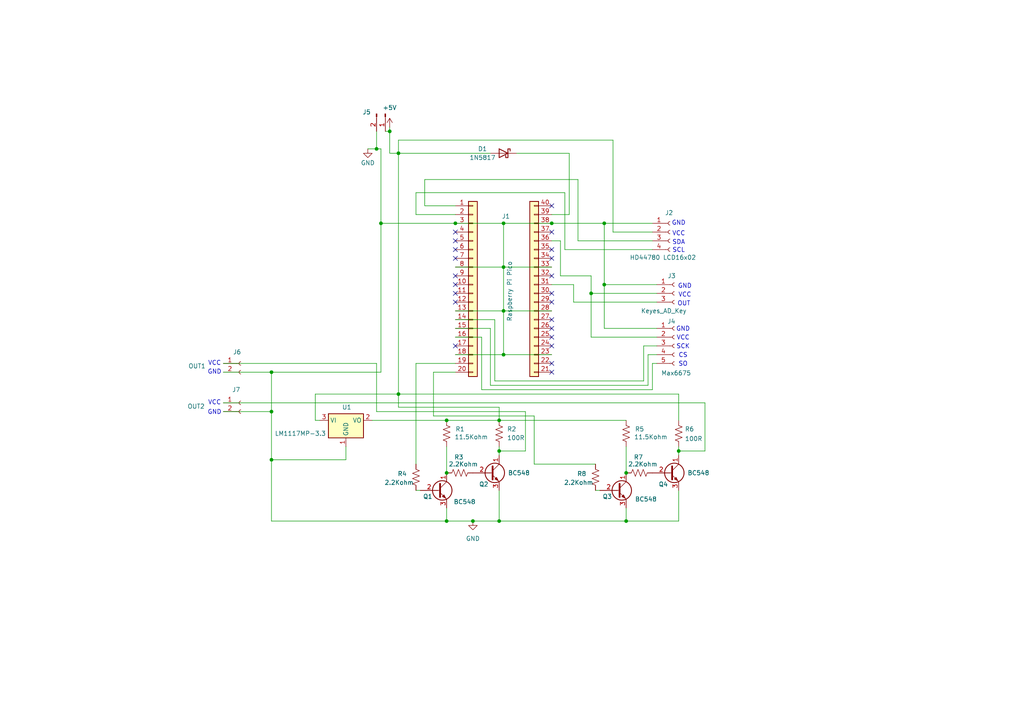
<source format=kicad_sch>
(kicad_sch (version 20231120) (generator "eeschema") (generator_version "8.0")
  (paper "A4")
  (title_block (title "FCR") (date "2025-01-05") (rev "1") (company "Luiz C. M. de Aquino"))
  (lib_symbols
    (symbol "Conn_01x20_1" (pin_names (offset 1.016) hide)
      (symbol "Conn_01x20_1_1_1"
        (rectangle (start -1.27 -25.273) (end 0 -25.527) (stroke (width 0.1524)))
        (rectangle (start -1.27 -22.733) (end 0 -22.987) (stroke (width 0.1524)))
        (rectangle (start -1.27 -20.193) (end 0 -20.447) (stroke (width 0.1524)))
        (rectangle (start -1.27 -17.653) (end 0 -17.907) (stroke (width 0.1524)))
        (rectangle (start -1.27 -15.113) (end 0 -15.367) (stroke (width 0.1524)))
        (rectangle (start -1.27 -12.573) (end 0 -12.827) (stroke (width 0.1524)))
        (rectangle (start -1.27 -10.033) (end 0 -10.287) (stroke (width 0.1524)))
        (rectangle (start -1.27 -7.493) (end 0 -7.747) (stroke (width 0.1524)))
        (rectangle (start -1.27 -4.953) (end 0 -5.207) (stroke (width 0.1524)))
        (rectangle (start -1.27 -2.413) (end 0 -2.667) (stroke (width 0.1524)))
        (rectangle (start -1.27 0.127) (end 0 -0.127) (stroke (width 0.1524)))
        (rectangle (start -1.27 2.667) (end 0 2.413) (stroke (width 0.1524)))
        (rectangle (start -1.27 5.207) (end 0 4.953) (stroke (width 0.1524)))
        (rectangle (start -1.27 7.747) (end 0 7.493) (stroke (width 0.1524)))
        (rectangle (start -1.27 10.287) (end 0 10.033) (stroke (width 0.1524)))
        (rectangle (start -1.27 12.827) (end 0 12.573) (stroke (width 0.1524)))
        (rectangle (start -1.27 15.367) (end 0 15.113) (stroke (width 0.1524)))
        (rectangle (start -1.27 17.907) (end 0 17.653) (stroke (width 0.1524)))
        (rectangle (start -1.27 20.447) (end 0 20.193) (stroke (width 0.1524)))
        (rectangle (start -1.27 22.987) (end 0 22.733) (stroke (width 0.1524)))
        (rectangle (start -1.27 24.13) (end 1.27 -26.67) (stroke (width 0.254)) (fill (type background)))
        (pin passive line (at -5.08 -25.4 0) (length 3.81) (name "Pin_21") (number "21"))
        (pin passive line (at -5.08 -22.86 0) (length 3.81) (name "Pin_22") (number "22"))
        (pin passive line (at -5.08 -20.32 0) (length 3.81) (name "Pin_23") (number "23"))
        (pin passive line (at -5.08 -17.78 0) (length 3.81) (name "Pin_24") (number "24"))
        (pin passive line (at -5.08 -15.24 0) (length 3.81) (name "Pin_25") (number "25"))
        (pin passive line (at -5.08 -12.7 0) (length 3.81) (name "Pin_26") (number "26"))
        (pin passive line (at -5.08 -10.16 0) (length 3.81) (name "Pin_27") (number "27"))
        (pin passive line (at -5.08 -7.62 0) (length 3.81) (name "Pin_28") (number "28"))
        (pin passive line (at -5.08 -5.08 0) (length 3.81) (name "Pin_29") (number "29"))
        (pin passive line (at -5.08 -2.54 0) (length 3.81) (name "Pin_30") (number "30"))
        (pin passive line (at -5.08 0 0) (length 3.81) (name "Pin_31") (number "31"))
        (pin passive line (at -5.08 2.54 0) (length 3.81) (name "Pin_32") (number "32"))
        (pin passive line (at -5.08 5.08 0) (length 3.81) (name "Pin_33") (number "33"))
        (pin passive line (at -5.08 7.62 0) (length 3.81) (name "Pin_34") (number "34"))
        (pin passive line (at -5.08 10.16 0) (length 3.81) (name "Pin_35") (number "35"))
        (pin passive line (at -5.08 12.7 0) (length 3.81) (name "Pin_36") (number "36"))
        (pin passive line (at -5.08 15.24 0) (length 3.81) (name "Pin_37") (number "37"))
        (pin passive line (at -5.08 17.78 0) (length 3.81) (name "Pin_38") (number "38"))
        (pin passive line (at -5.08 20.32 0) (length 3.81) (name "Pin_39") (number "39"))
        (pin passive line (at -5.08 22.86 0) (length 3.81) (name "Pin_40") (number "40"))
      )
    )
    (symbol "Connector:Conn_01x02_Pin" (pin_names (offset 1.016) hide)
      (property "Reference" "J" (at 0 2.54 0))
      (property "Value" "Conn_01x02_Pin" (at 0 -5.08 0))
      (symbol "Conn_01x02_Pin_1_1"
        (polyline (pts (xy 1.27 -2.54) (xy 0.8636 -2.54)) (stroke (width 0.1524)))
        (polyline (pts (xy 1.27 0) (xy 0.8636 0)) (stroke (width 0.1524)))
        (rectangle (start 0.8636 -2.413) (end 0 -2.667) (stroke (width 0.1524)) (fill (type outline)))
        (rectangle (start 0.8636 0.127) (end 0 -0.127) (stroke (width 0.1524)) (fill (type outline)))
        (pin passive line (at 5.08 0 180) (length 3.81) (name "Pin_1") (number "1"))
        (pin passive line (at 5.08 -2.54 180) (length 3.81) (name "Pin_2") (number "2"))
      )
    )
    (symbol "Connector:Conn_01x02_Socket" (pin_names (offset 1.016) hide)
      (property "Reference" "J" (at 0 2.54 0))
      (property "Value" "Conn_01x02_Socket" (at 0 -5.08 0))
      (symbol "Conn_01x02_Socket_1_1"
        (arc (start 0 -2.032) (mid -0.5058 -2.54) (end 0 -3.048) (stroke (width 0.1524)))
        (polyline (pts (xy -1.27 -2.54) (xy -0.508 -2.54)) (stroke (width 0.1524)))
        (polyline (pts (xy -1.27 0) (xy -0.508 0)) (stroke (width 0.1524)))
        (arc (start 0 0.508) (mid -0.5058 0) (end 0 -0.508) (stroke (width 0.1524)))
        (pin passive line (at -5.08 0 0) (length 3.81) (name "Pin_1") (number "1"))
        (pin passive line (at -5.08 -2.54 0) (length 3.81) (name "Pin_2") (number "2"))
      )
    )
    (symbol "Connector:Conn_01x03_Socket" (pin_names (offset 1.016) hide)
      (property "Reference" "J" (at 0 5.08 0))
      (property "Value" "Conn_01x03_Socket" (at 0 -5.08 0))
      (symbol "Conn_01x03_Socket_1_1"
        (arc (start 0 -2.032) (mid -0.5058 -2.54) (end 0 -3.048) (stroke (width 0.1524)))
        (polyline (pts (xy -1.27 -2.54) (xy -0.508 -2.54)) (stroke (width 0.1524)))
        (polyline (pts (xy -1.27 0) (xy -0.508 0)) (stroke (width 0.1524)))
        (polyline (pts (xy -1.27 2.54) (xy -0.508 2.54)) (stroke (width 0.1524)))
        (arc (start 0 0.508) (mid -0.5058 0) (end 0 -0.508) (stroke (width 0.1524)))
        (arc (start 0 3.048) (mid -0.5058 2.54) (end 0 2.032) (stroke (width 0.1524)))
        (pin passive line (at -5.08 2.54 0) (length 3.81) (name "Pin_1") (number "1"))
        (pin passive line (at -5.08 0 0) (length 3.81) (name "Pin_2") (number "2"))
        (pin passive line (at -5.08 -2.54 0) (length 3.81) (name "Pin_3") (number "3"))
      )
    )
    (symbol "Connector:Conn_01x04_Socket" (pin_names (offset 1.016) hide)
      (property "Reference" "J" (at 0 5.08 0))
      (property "Value" "Conn_01x04_Socket" (at 0 -7.62 0))
      (symbol "Conn_01x04_Socket_1_1"
        (arc (start 0 -4.572) (mid -0.5058 -5.08) (end 0 -5.588) (stroke (width 0.1524)))
        (arc (start 0 -2.032) (mid -0.5058 -2.54) (end 0 -3.048) (stroke (width 0.1524)))
        (polyline (pts (xy -1.27 -5.08) (xy -0.508 -5.08)) (stroke (width 0.1524)))
        (polyline (pts (xy -1.27 -2.54) (xy -0.508 -2.54)) (stroke (width 0.1524)))
        (polyline (pts (xy -1.27 0) (xy -0.508 0)) (stroke (width 0.1524)))
        (polyline (pts (xy -1.27 2.54) (xy -0.508 2.54)) (stroke (width 0.1524)))
        (arc (start 0 0.508) (mid -0.5058 0) (end 0 -0.508) (stroke (width 0.1524)))
        (arc (start 0 3.048) (mid -0.5058 2.54) (end 0 2.032) (stroke (width 0.1524)))
        (pin passive line (at -5.08 2.54 0) (length 3.81) (name "Pin_1") (number "1"))
        (pin passive line (at -5.08 0 0) (length 3.81) (name "Pin_2") (number "2"))
        (pin passive line (at -5.08 -2.54 0) (length 3.81) (name "Pin_3") (number "3"))
        (pin passive line (at -5.08 -5.08 0) (length 3.81) (name "Pin_4") (number "4"))
      )
    )
    (symbol "Connector:Conn_01x05_Socket" (pin_names (offset 1.016) hide)
      (property "Reference" "J" (at 0 7.62 0))
      (property "Value" "Conn_01x05_Socket" (at 0 -7.62 0))
      (symbol "Conn_01x05_Socket_1_1"
        (arc (start 0 -4.572) (mid -0.5058 -5.08) (end 0 -5.588) (stroke (width 0.1524)))
        (arc (start 0 -2.032) (mid -0.5058 -2.54) (end 0 -3.048) (stroke (width 0.1524)))
        (polyline (pts (xy -1.27 -5.08) (xy -0.508 -5.08)) (stroke (width 0.1524)))
        (polyline (pts (xy -1.27 -2.54) (xy -0.508 -2.54)) (stroke (width 0.1524)))
        (polyline (pts (xy -1.27 0) (xy -0.508 0)) (stroke (width 0.1524)))
        (polyline (pts (xy -1.27 2.54) (xy -0.508 2.54)) (stroke (width 0.1524)))
        (polyline (pts (xy -1.27 5.08) (xy -0.508 5.08)) (stroke (width 0.1524)))
        (arc (start 0 0.508) (mid -0.5058 0) (end 0 -0.508) (stroke (width 0.1524)))
        (arc (start 0 3.048) (mid -0.5058 2.54) (end 0 2.032) (stroke (width 0.1524)))
        (arc (start 0 5.588) (mid -0.5058 5.08) (end 0 4.572) (stroke (width 0.1524)))
        (pin passive line (at -5.08 5.08 0) (length 3.81) (name "Pin_1") (number "1"))
        (pin passive line (at -5.08 2.54 0) (length 3.81) (name "Pin_2") (number "2"))
        (pin passive line (at -5.08 0 0) (length 3.81) (name "Pin_3") (number "3"))
        (pin passive line (at -5.08 -2.54 0) (length 3.81) (name "Pin_4") (number "4"))
        (pin passive line (at -5.08 -5.08 0) (length 3.81) (name "Pin_5") (number "5"))
      )
    )
    (symbol "Connector_Generic:Conn_01x20" (pin_names (offset 1.016) hide)
      (property "Reference" "J" (at 0 25.4 0))
      (property "Value" "Conn_01x20" (at 0 -27.94 0))
      (symbol "Conn_01x20_1_1"
        (rectangle (start -1.27 -25.273) (end 0 -25.527) (stroke (width 0.1524)))
        (rectangle (start -1.27 -22.733) (end 0 -22.987) (stroke (width 0.1524)))
        (rectangle (start -1.27 -20.193) (end 0 -20.447) (stroke (width 0.1524)))
        (rectangle (start -1.27 -17.653) (end 0 -17.907) (stroke (width 0.1524)))
        (rectangle (start -1.27 -15.113) (end 0 -15.367) (stroke (width 0.1524)))
        (rectangle (start -1.27 -12.573) (end 0 -12.827) (stroke (width 0.1524)))
        (rectangle (start -1.27 -10.033) (end 0 -10.287) (stroke (width 0.1524)))
        (rectangle (start -1.27 -7.493) (end 0 -7.747) (stroke (width 0.1524)))
        (rectangle (start -1.27 -4.953) (end 0 -5.207) (stroke (width 0.1524)))
        (rectangle (start -1.27 -2.413) (end 0 -2.667) (stroke (width 0.1524)))
        (rectangle (start -1.27 0.127) (end 0 -0.127) (stroke (width 0.1524)))
        (rectangle (start -1.27 2.667) (end 0 2.413) (stroke (width 0.1524)))
        (rectangle (start -1.27 5.207) (end 0 4.953) (stroke (width 0.1524)))
        (rectangle (start -1.27 7.747) (end 0 7.493) (stroke (width 0.1524)))
        (rectangle (start -1.27 10.287) (end 0 10.033) (stroke (width 0.1524)))
        (rectangle (start -1.27 12.827) (end 0 12.573) (stroke (width 0.1524)))
        (rectangle (start -1.27 15.367) (end 0 15.113) (stroke (width 0.1524)))
        (rectangle (start -1.27 17.907) (end 0 17.653) (stroke (width 0.1524)))
        (rectangle (start -1.27 20.447) (end 0 20.193) (stroke (width 0.1524)))
        (rectangle (start -1.27 22.987) (end 0 22.733) (stroke (width 0.1524)))
        (rectangle (start -1.27 24.13) (end 1.27 -26.67) (stroke (width 0.254)) (fill (type background)))
        (pin passive line (at -5.08 22.86 0) (length 3.81) (name "Pin_1") (number "1"))
        (pin passive line (at -5.08 0 0) (length 3.81) (name "Pin_10") (number "10"))
        (pin passive line (at -5.08 -2.54 0) (length 3.81) (name "Pin_11") (number "11"))
        (pin passive line (at -5.08 -5.08 0) (length 3.81) (name "Pin_12") (number "12"))
        (pin passive line (at -5.08 -7.62 0) (length 3.81) (name "Pin_13") (number "13"))
        (pin passive line (at -5.08 -10.16 0) (length 3.81) (name "Pin_14") (number "14"))
        (pin passive line (at -5.08 -12.7 0) (length 3.81) (name "Pin_15") (number "15"))
        (pin passive line (at -5.08 -15.24 0) (length 3.81) (name "Pin_16") (number "16"))
        (pin passive line (at -5.08 -17.78 0) (length 3.81) (name "Pin_17") (number "17"))
        (pin passive line (at -5.08 -20.32 0) (length 3.81) (name "Pin_18") (number "18"))
        (pin passive line (at -5.08 -22.86 0) (length 3.81) (name "Pin_19") (number "19"))
        (pin passive line (at -5.08 20.32 0) (length 3.81) (name "Pin_2") (number "2"))
        (pin passive line (at -5.08 -25.4 0) (length 3.81) (name "Pin_20") (number "20"))
        (pin passive line (at -5.08 17.78 0) (length 3.81) (name "Pin_3") (number "3"))
        (pin passive line (at -5.08 15.24 0) (length 3.81) (name "Pin_4") (number "4"))
        (pin passive line (at -5.08 12.7 0) (length 3.81) (name "Pin_5") (number "5"))
        (pin passive line (at -5.08 10.16 0) (length 3.81) (name "Pin_6") (number "6"))
        (pin passive line (at -5.08 7.62 0) (length 3.81) (name "Pin_7") (number "7"))
        (pin passive line (at -5.08 5.08 0) (length 3.81) (name "Pin_8") (number "8"))
        (pin passive line (at -5.08 2.54 0) (length 3.81) (name "Pin_9") (number "9"))
      )
    )
    (symbol "Device:R_US" (pin_numbers hide) (pin_names (offset 0))
      (property "Reference" "R" (at 2.54 0 90))
      (property "Value" "R_US" (at -2.54 0 90))
      (symbol "R_US_0_1"
        (polyline (pts (xy 0 -2.286) (xy 0 -2.54)))
        (polyline (pts (xy 0 2.286) (xy 0 2.54)))
        (polyline (pts (xy 0 -0.762) (xy 1.016 -1.143) (xy 0 -1.524) (xy -1.016 -1.905) (xy 0 -2.286)))
        (polyline (pts (xy 0 0.762) (xy 1.016 0.381) (xy 0 0) (xy -1.016 -0.381) (xy 0 -0.762)))
        (polyline (pts (xy 0 2.286) (xy 1.016 1.905) (xy 0 1.524) (xy -1.016 1.143) (xy 0 0.762)))
      )
      (symbol "R_US_1_1"
        (pin passive line (at 0 3.81 270) (length 1.27) (name "~") (number "1"))
        (pin passive line (at 0 -3.81 90) (length 1.27) (name "~") (number "2"))
      )
    )
    (symbol "Diode:1N5817" (pin_numbers hide) (pin_names (offset 1.016) hide)
      (property "Reference" "D" (at 0 2.54 0))
      (property "Value" "1N5817" (at 0 -2.54 0))
      (symbol "1N5817_0_1"
        (polyline (pts (xy 1.27 0) (xy -1.27 0)))
        (polyline (pts (xy 1.27 1.27) (xy 1.27 -1.27) (xy -1.27 0) (xy 1.27 1.27)) (stroke (width 0.254)))
        (polyline (pts (xy -1.905 0.635) (xy -1.905 1.27) (xy -1.27 1.27) (xy -1.27 -1.27) (xy -0.635 -1.27) (xy -0.635 -0.635)) (stroke (width 0.254)))
      )
      (symbol "1N5817_1_1"
        (pin passive line (at -3.81 0 0) (length 2.54) (name "K") (number "1"))
        (pin passive line (at 3.81 0 180) (length 2.54) (name "A") (number "2"))
      )
    )
    (symbol "Regulator_Linear:LM1117MP-3.3"
      (property "Reference" "U" (at -3.81 3.175 0))
      (property "Value" "LM1117MP-3.3" (at 0 3.175 0))
      (symbol "LM1117MP-3.3_0_1"
        (rectangle (start -5.08 -5.08) (end 5.08 1.905) (stroke (width 0.254)) (fill (type background)))
      )
      (symbol "LM1117MP-3.3_1_1"
        (pin power_in line (at 0 -7.62 90) (length 2.54) (name "GND") (number "1"))
        (pin power_out line (at 7.62 0 180) (length 2.54) (name "VO") (number "2"))
        (pin power_in line (at -7.62 0 0) (length 2.54) (name "VI") (number "3"))
      )
    )
    (symbol "Transistor_BJT:BC548" (pin_names (offset 0) hide)
      (property "Reference" "Q" (at 5.08 1.905 0))
      (property "Value" "BC548" (at 5.08 0 0))
      (symbol "BC548_0_1"
        (polyline (pts (xy 0 0) (xy 0.635 0)))
        (polyline (pts (xy 0.635 0.635) (xy 2.54 2.54)))
        (polyline (pts (xy 0.635 -0.635) (xy 2.54 -2.54) (xy 2.54 -2.54)))
        (polyline (pts (xy 0.635 1.905) (xy 0.635 -1.905) (xy 0.635 -1.905)) (stroke (width 0.508)))
        (polyline (pts (xy 1.27 -1.778) (xy 1.778 -1.27) (xy 2.286 -2.286) (xy 1.27 -1.778) (xy 1.27 -1.778)) (fill (type outline)))
        (circle (center 1.27 0) (radius 2.8194) (stroke (width 0.254)))
      )
      (symbol "BC548_1_1"
        (pin passive line (at 2.54 5.08 270) (length 2.54) (name "C") (number "1"))
        (pin input line (at -5.08 0 0) (length 5.08) (name "B") (number "2"))
        (pin passive line (at 2.54 -5.08 90) (length 2.54) (name "E") (number "3"))
      )
    )
    (symbol "power:+5V" (power) (pin_numbers hide) (pin_names (offset 0) hide)
      (property "Value" "+5V" (at 0 3.556 0))
      (symbol "+5V_0_1"
        (polyline (pts (xy -0.762 1.27) (xy 0 2.54)))
        (polyline (pts (xy 0 0) (xy 0 2.54)))
        (polyline (pts (xy 0 2.54) (xy 0.762 1.27)))
      )
      (symbol "+5V_1_1"
        (pin power_in line (at 0 0 90) (length 0) (name "~") (number "1"))
      )
    )
    (symbol "power:GND" (power) (pin_numbers hide) (pin_names (offset 0) hide)
      (property "Value" "GND" (at 0 -3.81 0))
      (symbol "GND_0_1"
        (polyline (pts (xy 0 0) (xy 0 -1.27) (xy 1.27 -1.27) (xy 0 -2.54) (xy -1.27 -1.27) (xy 0 -1.27)))
      )
      (symbol "GND_1_1"
        (pin power_in line (at 0 0 270) (length 0) (name "~") (number "1"))
      )
    )
  )
  (junction (at 146.05 90.17))
  (junction (at 175.26 82.55))
  (junction (at 115.57 114.3))
  (junction (at 144.78 130.81))
  (junction (at 146.05 64.77))
  (junction (at 110.49 64.77))
  (junction (at 181.61 137.16))
  (junction (at 196.85 130.81))
  (junction (at 171.45 85.09))
  (junction (at 132.08 64.77))
  (junction (at 109.22 43.18))
  (junction (at 129.54 151.13))
  (junction (at 113.03 38.1))
  (junction (at 146.05 77.47))
  (junction (at 129.54 121.92))
  (junction (at 115.57 44.45))
  (junction (at 144.78 121.92))
  (junction (at 181.61 151.13))
  (junction (at 160.02 64.77))
  (junction (at 146.05 102.87))
  (junction (at 175.26 64.77))
  (junction (at 144.78 151.13))
  (junction (at 129.54 137.16))
  (junction (at 78.74 119.38))
  (junction (at 78.74 107.95))
  (junction (at 137.16 151.13))
  (junction (at 78.74 133.35))
  (no_connect (at 160.02 97.79))
  (no_connect (at 160.02 67.31))
  (no_connect (at 160.02 80.01))
  (no_connect (at 132.08 80.01))
  (no_connect (at 132.08 85.09))
  (no_connect (at 160.02 85.09))
  (no_connect (at 132.08 69.85))
  (no_connect (at 160.02 100.33))
  (no_connect (at 132.08 82.55))
  (no_connect (at 160.02 107.95))
  (no_connect (at 160.02 105.41))
  (no_connect (at 160.02 72.39))
  (no_connect (at 132.08 100.33))
  (no_connect (at 160.02 59.69))
  (no_connect (at 132.08 87.63))
  (no_connect (at 160.02 95.25))
  (no_connect (at 160.02 74.93))
  (no_connect (at 132.08 67.31))
  (no_connect (at 160.02 87.63))
  (no_connect (at 160.02 92.71))
  (no_connect (at 132.08 72.39))
  (no_connect (at 132.08 74.93))
  (wire (pts (xy 132.08 97.79) (xy 139.7 97.79)))
  (wire (pts (xy 129.54 121.92) (xy 144.78 121.92)))
  (wire (pts (xy 110.49 64.77) (xy 110.49 107.95)))
  (wire (pts (xy 152.4 130.81) (xy 144.78 130.81)))
  (wire (pts (xy 115.57 118.11) (xy 144.78 118.11)))
  (wire (pts (xy 204.47 130.81) (xy 204.47 116.84)))
  (wire (pts (xy 177.8 40.64) (xy 177.8 67.31)))
  (wire (pts (xy 110.49 64.77) (xy 132.08 64.77)))
  (wire (pts (xy 109.22 43.18) (xy 110.49 43.18)))
  (wire (pts (xy 107.95 121.92) (xy 129.54 121.92)))
  (wire (pts (xy 132.08 77.47) (xy 146.05 77.47)))
  (wire (pts (xy 154.94 120.65) (xy 154.94 134.62)))
  (wire (pts (xy 129.54 129.54) (xy 129.54 137.16)))
  (wire (pts (xy 154.94 134.62) (xy 172.72 134.62)))
  (wire (pts (xy 110.49 107.95) (xy 78.74 107.95)))
  (wire (pts (xy 110.49 43.18) (xy 110.49 64.77)))
  (wire (pts (xy 166.37 87.63) (xy 166.37 82.55)))
  (wire (pts (xy 143.51 92.71) (xy 143.51 110.49)))
  (wire (pts (xy 175.26 64.77) (xy 189.23 64.77)))
  (wire (pts (xy 187.96 102.87) (xy 190.5 102.87)))
  (wire (pts (xy 100.33 129.54) (xy 100.33 133.35)))
  (wire (pts (xy 78.74 133.35) (xy 78.74 151.13)))
  (wire (pts (xy 132.08 95.25) (xy 142.24 95.25)))
  (wire (pts (xy 163.83 55.88) (xy 163.83 72.39)))
  (wire (pts (xy 181.61 129.54) (xy 181.61 137.16)))
  (wire (pts (xy 175.26 82.55) (xy 175.26 95.25)))
  (wire (pts (xy 196.85 130.81) (xy 204.47 130.81)))
  (wire (pts (xy 115.57 44.45) (xy 115.57 114.3)))
  (wire (pts (xy 196.85 151.13) (xy 181.61 151.13)))
  (wire (pts (xy 171.45 85.09) (xy 171.45 80.01)))
  (wire (pts (xy 171.45 85.09) (xy 171.45 97.79)))
  (wire (pts (xy 139.7 113.03) (xy 189.23 113.03)))
  (wire (pts (xy 120.65 142.24) (xy 121.92 142.24)))
  (wire (pts (xy 160.02 82.55) (xy 166.37 82.55)))
  (wire (pts (xy 132.08 90.17) (xy 146.05 90.17)))
  (wire (pts (xy 120.65 55.88) (xy 163.83 55.88)))
  (wire (pts (xy 165.1 62.23) (xy 165.1 44.45)))
  (wire (pts (xy 160.02 64.77) (xy 175.26 64.77)))
  (wire (pts (xy 163.83 72.39) (xy 189.23 72.39)))
  (wire (pts (xy 115.57 40.64) (xy 177.8 40.64)))
  (wire (pts (xy 144.78 121.92) (xy 181.61 121.92)))
  (wire (pts (xy 109.22 119.38) (xy 152.4 119.38)))
  (wire (pts (xy 187.96 111.76) (xy 187.96 102.87)))
  (wire (pts (xy 186.69 110.49) (xy 186.69 100.33)))
  (wire (pts (xy 113.03 38.1) (xy 111.76 38.1)))
  (wire (pts (xy 146.05 102.87) (xy 132.08 102.87)))
  (wire (pts (xy 189.23 105.41) (xy 190.5 105.41)))
  (wire (pts (xy 109.22 105.41) (xy 109.22 119.38)))
  (wire (pts (xy 196.85 129.54) (xy 196.85 130.81)))
  (wire (pts (xy 167.64 52.07) (xy 167.64 69.85)))
  (wire (pts (xy 78.74 151.13) (xy 129.54 151.13)))
  (wire (pts (xy 143.51 110.49) (xy 186.69 110.49)))
  (wire (pts (xy 196.85 142.24) (xy 196.85 151.13)))
  (wire (pts (xy 64.77 107.95) (xy 78.74 107.95)))
  (wire (pts (xy 144.78 130.81) (xy 144.78 132.08)))
  (wire (pts (xy 129.54 147.32) (xy 129.54 151.13)))
  (wire (pts (xy 146.05 64.77) (xy 160.02 64.77)))
  (wire (pts (xy 120.65 105.41) (xy 132.08 105.41)))
  (wire (pts (xy 146.05 77.47) (xy 146.05 90.17)))
  (wire (pts (xy 190.5 87.63) (xy 166.37 87.63)))
  (wire (pts (xy 160.02 69.85) (xy 162.56 69.85)))
  (wire (pts (xy 78.74 133.35) (xy 100.33 133.35)))
  (wire (pts (xy 120.65 55.88) (xy 120.65 62.23)))
  (wire (pts (xy 120.65 62.23) (xy 132.08 62.23)))
  (wire (pts (xy 142.24 111.76) (xy 187.96 111.76)))
  (wire (pts (xy 91.44 121.92) (xy 92.71 121.92)))
  (wire (pts (xy 123.19 52.07) (xy 123.19 59.69)))
  (wire (pts (xy 91.44 114.3) (xy 91.44 121.92)))
  (wire (pts (xy 113.03 44.45) (xy 115.57 44.45)))
  (wire (pts (xy 125.73 120.65) (xy 154.94 120.65)))
  (wire (pts (xy 172.72 142.24) (xy 173.99 142.24)))
  (wire (pts (xy 181.61 147.32) (xy 181.61 151.13)))
  (wire (pts (xy 109.22 38.1) (xy 109.22 43.18)))
  (wire (pts (xy 78.74 119.38) (xy 78.74 133.35)))
  (wire (pts (xy 190.5 95.25) (xy 175.26 95.25)))
  (wire (pts (xy 125.73 107.95) (xy 125.73 120.65)))
  (wire (pts (xy 175.26 64.77) (xy 175.26 82.55)))
  (wire (pts (xy 113.03 38.1) (xy 113.03 44.45)))
  (wire (pts (xy 171.45 97.79) (xy 190.5 97.79)))
  (wire (pts (xy 160.02 62.23) (xy 165.1 62.23)))
  (wire (pts (xy 146.05 90.17) (xy 146.05 102.87)))
  (wire (pts (xy 177.8 67.31) (xy 189.23 67.31)))
  (wire (pts (xy 125.73 107.95) (xy 132.08 107.95)))
  (wire (pts (xy 146.05 90.17) (xy 160.02 90.17)))
  (wire (pts (xy 137.16 151.13) (xy 144.78 151.13)))
  (wire (pts (xy 175.26 82.55) (xy 190.5 82.55)))
  (wire (pts (xy 120.65 105.41) (xy 120.65 134.62)))
  (wire (pts (xy 146.05 77.47) (xy 160.02 77.47)))
  (wire (pts (xy 64.77 119.38) (xy 78.74 119.38)))
  (wire (pts (xy 149.86 44.45) (xy 165.1 44.45)))
  (wire (pts (xy 106.68 43.18) (xy 109.22 43.18)))
  (wire (pts (xy 64.77 116.84) (xy 204.47 116.84)))
  (wire (pts (xy 139.7 97.79) (xy 139.7 113.03)))
  (wire (pts (xy 144.78 142.24) (xy 144.78 151.13)))
  (wire (pts (xy 78.74 119.38) (xy 78.74 107.95)))
  (wire (pts (xy 171.45 85.09) (xy 190.5 85.09)))
  (wire (pts (xy 144.78 129.54) (xy 144.78 130.81)))
  (wire (pts (xy 64.77 105.41) (xy 109.22 105.41)))
  (wire (pts (xy 115.57 114.3) (xy 196.85 114.3)))
  (wire (pts (xy 146.05 102.87) (xy 160.02 102.87)))
  (wire (pts (xy 162.56 80.01) (xy 171.45 80.01)))
  (wire (pts (xy 189.23 105.41) (xy 189.23 113.03)))
  (wire (pts (xy 196.85 114.3) (xy 196.85 121.92)))
  (wire (pts (xy 142.24 95.25) (xy 142.24 111.76)))
  (wire (pts (xy 132.08 64.77) (xy 146.05 64.77)))
  (wire (pts (xy 123.19 52.07) (xy 167.64 52.07)))
  (wire (pts (xy 146.05 77.47) (xy 146.05 64.77)))
  (wire (pts (xy 123.19 59.69) (xy 132.08 59.69)))
  (wire (pts (xy 129.54 151.13) (xy 137.16 151.13)))
  (wire (pts (xy 162.56 69.85) (xy 162.56 80.01)))
  (wire (pts (xy 115.57 44.45) (xy 142.24 44.45)))
  (wire (pts (xy 196.85 130.81) (xy 196.85 132.08)))
  (wire (pts (xy 152.4 119.38) (xy 152.4 130.81)))
  (wire (pts (xy 132.08 92.71) (xy 143.51 92.71)))
  (wire (pts (xy 115.57 114.3) (xy 91.44 114.3)))
  (wire (pts (xy 115.57 114.3) (xy 115.57 118.11)))
  (wire (pts (xy 115.57 40.64) (xy 115.57 44.45)))
  (wire (pts (xy 144.78 118.11) (xy 144.78 121.92)))
  (wire (pts (xy 144.78 151.13) (xy 181.61 151.13)))
  (wire (pts (xy 113.03 36.83) (xy 113.03 38.1)))
  (wire (pts (xy 186.69 100.33) (xy 190.5 100.33)))
  (wire (pts (xy 167.64 69.85) (xy 189.23 69.85)))
  (text "VCC" (at 198.628 85.598 0) (effects (font (size 1.27 1.27))))
  (text "GND" (at 198.628 83.058 0) (effects (font (size 1.27 1.27))))
  (text "SDA" (at 196.85 70.358 0) (effects (font (size 1.27 1.27))))
  (text "VCC" (at 196.85 67.818 0) (effects (font (size 1.27 1.27))))
  (text "SO" (at 198.12 105.664 0) (effects (font (size 1.27 1.27))))
  (text "GND" (at 196.85 64.77 0) (effects (font (size 1.27 1.27))))
  (text "SCK" (at 198.12 100.584 0) (effects (font (size 1.27 1.27))))
  (text "SCL" (at 196.85 72.644 0) (effects (font (size 1.27 1.27))))
  (text "VCC" (at 198.12 98.044 0) (effects (font (size 1.27 1.27))))
  (text "GND" (at 62.23 119.634 0) (effects (font (size 1.27 1.27))))
  (text "VCC" (at 62.23 105.41 0) (effects (font (size 1.27 1.27))))
  (text "VCC" (at 62.23 116.84 0) (effects (font (size 1.27 1.27))))
  (text "CS" (at 198.12 103.124 0) (effects (font (size 1.27 1.27))))
  (text "GND" (at 198.12 95.504 0) (effects (font (size 1.27 1.27))))
  (text "OUT" (at 198.374 88.138 0) (effects (font (size 1.27 1.27))))
  (text "GND" (at 62.23 107.95 0) (effects (font (size 1.27 1.27))))
  (symbol (lib_id "power:+5V") (at 113.03 36.83 0) (unit 1)
    (property "Reference" "#PWR01" (effects (hide yes)))
    (property "Value" "+5V" (at 113.03 31.242 0))
    (property "Description" "Power symbol creates a global label with name \"+5V\"" (effects (hide yes)))
  )
  (symbol (lib_id "power:GND") (at 106.68 43.18 0) (unit 1)
    (property "Reference" "#PWR02" (effects (hide yes)))
    (property "Value" "GND" (at 106.68 47.244 0))
    (property "Description" "Power symbol creates a global label with name \"GND\" , ground" (effects (hide yes)))
  )
  (symbol (lib_id "Transistor_BJT:BC548") (at 179.07 142.24 0) (unit 1)
    (property "Reference" "Q3" (at 174.752 144.018 0) (effects (justify left)))
    (property "Value" "BC548" (at 184.15 144.78 0) (effects (justify left)))
    (property "Footprint" "Package_TO_SOT_THT:TO-92_Inline" (effects (hide yes)))
    (property "Datasheet" "https://www.onsemi.com/pub/Collateral/BC550-D.pdf" (effects (hide yes)))
    (property "Description" "0.1A Ic, 30V Vce, Small Signal NPN Transistor, TO-92" (effects (hide yes)))
  )
  (symbol (lib_id "Diode:1N5817") (at 146.05 44.45 0) (mirror y) (unit 1)
    (property "Reference" "D1" (at 139.954 43.18 0))
    (property "Value" "1N5817" (at 139.954 45.72 0))
    (property "Footprint" "Diode_THT:D_DO-41_SOD81_P10.16mm_Horizontal" (effects (hide yes)))
    (property "Datasheet" "http://www.vishay.com/docs/88525/1n5817.pdf" (effects (hide yes)))
    (property "Description" "20V 1A Schottky Barrier Rectifier Diode, DO-41" (effects (hide yes)))
  )
  (symbol (lib_id "Transistor_BJT:BC548") (at 142.24 137.16 0) (unit 1)
    (property "Reference" "Q2" (at 138.938 140.462 0) (effects (justify left)))
    (property "Value" "BC548" (at 147.32 137.16 0) (effects (justify left)))
    (property "Footprint" "Package_TO_SOT_THT:TO-92_Inline" (effects (hide yes)))
    (property "Datasheet" "https://www.onsemi.com/pub/Collateral/BC550-D.pdf" (effects (hide yes)))
    (property "Description" "0.1A Ic, 30V Vce, Small Signal NPN Transistor, TO-92" (effects (hide yes)))
  )
  (symbol (lib_id "Device:R_US") (at 196.85 125.73 0) (unit 1)
    (property "Reference" "R6" (at 198.628 124.46 0) (effects (justify left)))
    (property "Value" "100R" (at 198.628 127.254 0) (effects (justify left)))
    (property "Footprint" "Resistor_THT:R_Axial_DIN0207_L6.3mm_D2.5mm_P7.62mm_Horizontal" (effects (hide yes)))
    (property "Description" "Resistor, US symbol" (effects (hide yes)))
  )
  (symbol (lib_id "Device:R_US") (at 144.78 125.73 0) (unit 1)
    (property "Reference" "R2" (at 147.066 124.46 0) (effects (justify left)))
    (property "Value" "100R" (at 147.066 127 0) (effects (justify left)))
    (property "Footprint" "Resistor_THT:R_Axial_DIN0207_L6.3mm_D2.5mm_P7.62mm_Horizontal" (effects (hide yes)))
    (property "Description" "Resistor, US symbol" (effects (hide yes)))
  )
  (symbol (lib_id "Device:R_US") (at 120.65 138.43 0) (unit 1)
    (property "Reference" "R4" (at 115.316 137.414 0) (effects (justify left)))
    (property "Value" "2.2Kohm" (at 111.506 139.954 0) (effects (justify left)))
    (property "Footprint" "Resistor_THT:R_Axial_DIN0207_L6.3mm_D2.5mm_P7.62mm_Horizontal" (effects (hide yes)))
    (property "Description" "Resistor, US symbol" (effects (hide yes)))
  )
  (symbol (lib_id "Connector:Conn_01x04_Socket") (at 194.31 67.31 0) (unit 1)
    (property "Reference" "J2" (at 194.056 61.722 0))
    (property "Value" "HD44780 LCD16x02" (at 192.278 74.676 0))
    (property "Footprint" "Connector_PinSocket_2.54mm:PinSocket_1x04_P2.54mm_Vertical" (effects (hide yes)))
    (property "Description" "Generic connector, single row, 01x04, script generated" (effects (hide yes)))
  )
  (symbol (lib_id "power:GND") (at 137.16 151.13 0) (unit 1)
    (property "Reference" "#PWR03" (effects (hide yes)))
    (property "Value" "GND" (at 137.16 156.21 0))
    (property "Description" "Power symbol creates a global label with name \"GND\" , ground" (effects (hide yes)))
  )
  (symbol (lib_id "Device:R_US") (at 133.35 137.16 90) (unit 1)
    (property "Reference" "R3" (at 133.096 132.588 90))
    (property "Value" "2.2Kohm" (at 134.366 134.62 90))
    (property "Footprint" "Resistor_THT:R_Axial_DIN0207_L6.3mm_D2.5mm_P7.62mm_Horizontal" (effects (hide yes)))
    (property "Description" "Resistor, US symbol" (effects (hide yes)))
  )
  (symbol (lib_id "Regulator_Linear:LM1117MP-3.3") (at 100.33 121.92 0) (unit 1)
    (property "Reference" "U1" (at 100.584 118.11 0))
    (property "Value" "LM1117MP-3.3" (at 87.122 125.73 0))
    (property "Footprint" "Package_TO_SOT_SMD:SOT-223-3_TabPin2" (effects (hide yes)))
    (property "Datasheet" "http://www.ti.com/lit/ds/symlink/lm1117.pdf" (effects (hide yes)))
    (property "Description" "800mA Low-Dropout Linear Regulator, 3.3V fixed output, SOT-223" (effects (hide yes)))
  )
  (symbol (lib_id "Connector:Conn_01x05_Socket") (at 195.58 100.33 0) (unit 1)
    (property "Reference" "J4" (at 193.548 93.218 0) (effects (justify left)))
    (property "Value" "Max6675" (at 191.77 108.204 0) (effects (justify left)))
    (property "Footprint" "Connector_PinSocket_2.54mm:PinSocket_1x05_P2.54mm_Vertical" (effects (hide yes)))
    (property "Description" "Generic connector, single row, 01x05, script generated" (effects (hide yes)))
  )
  (symbol (lib_id "Transistor_BJT:BC548") (at 194.31 137.16 0) (unit 1)
    (property "Reference" "Q4" (at 191.008 140.462 0) (effects (justify left)))
    (property "Value" "BC548" (at 199.39 137.16 0) (effects (justify left)))
    (property "Footprint" "Package_TO_SOT_THT:TO-92_Inline" (effects (hide yes)))
    (property "Datasheet" "https://www.onsemi.com/pub/Collateral/BC550-D.pdf" (effects (hide yes)))
    (property "Description" "0.1A Ic, 30V Vce, Small Signal NPN Transistor, TO-92" (effects (hide yes)))
  )
  (symbol (lib_id "Connector:Conn_01x03_Socket") (at 195.58 85.09 0) (unit 1)
    (property "Reference" "J3" (at 194.818 80.01 0))
    (property "Value" "Keyes_AD_Key" (at 192.532 90.17 0))
    (property "Footprint" "Connector_PinSocket_2.54mm:PinSocket_1x03_P2.54mm_Vertical" (effects (hide yes)))
    (property "Description" "Generic connector, single row, 01x03, script generated" (effects (hide yes)))
  )
  (symbol (lib_id "Device:R_US") (at 172.72 138.43 0) (unit 1)
    (property "Reference" "R8" (at 167.386 137.414 0) (effects (justify left)))
    (property "Value" "2.2Kohm" (at 163.576 139.954 0) (effects (justify left)))
    (property "Footprint" "Resistor_THT:R_Axial_DIN0207_L6.3mm_D2.5mm_P7.62mm_Horizontal" (effects (hide yes)))
    (property "Description" "Resistor, US symbol" (effects (hide yes)))
  )
  (symbol (lib_name "Conn_01x20_1") (lib_id "Connector_Generic:Conn_01x20") (at 154.94 82.55 0) (mirror y) (unit 1)
    (property "Reference" "J9" (effects (hide yes)))
    (property "Value" "Conn_01x20" (effects (hide yes)))
    (property "Footprint" "Connector_PinSocket_2.54mm:PinSocket_1x20_P2.54mm_Vertical" (effects (hide yes)))
    (property "Description" "Generic connector, single row, 01x20, script generated (kicad-library-utils/schlib/autogen/connector/)" (effects (hide yes)))
  )
  (symbol (lib_id "Connector:Conn_01x02_Socket") (at 69.85 116.84 0) (unit 1)
    (property "Reference" "J7" (at 67.31 113.03 0) (effects (justify left)))
    (property "Value" "OUT2" (at 54.356 117.856 0) (effects (justify left)))
    (property "Footprint" "Connector_PinSocket_2.54mm:PinSocket_1x02_P2.54mm_Vertical" (effects (hide yes)))
    (property "Description" "Generic connector, single row, 01x02, script generated" (effects (hide yes)))
  )
  (symbol (lib_id "Connector:Conn_01x02_Pin") (at 111.76 33.02 270) (unit 1)
    (property "Reference" "J5" (at 105.156 32.512 90) (effects (justify left)))
    (property "Value" "Conn_01x02_Pin" (effects (hide yes)))
    (property "Footprint" "Connector_PinHeader_2.54mm:PinHeader_1x02_P2.54mm_Vertical" (effects (hide yes)))
    (property "Description" "Generic connector, single row, 01x02, script generated" (effects (hide yes)))
  )
  (symbol (lib_id "Device:R_US") (at 129.54 125.73 0) (unit 1)
    (property "Reference" "R1" (at 132.08 124.4599 0) (effects (justify left)))
    (property "Value" "11.5Kohm" (at 131.826 126.746 0) (effects (justify left)))
    (property "Footprint" "Resistor_THT:R_Axial_DIN0207_L6.3mm_D2.5mm_P7.62mm_Horizontal" (effects (hide yes)))
    (property "Description" "Resistor, US symbol" (effects (hide yes)))
  )
  (symbol (lib_id "Device:R_US") (at 185.42 137.16 90) (unit 1)
    (property "Reference" "R7" (at 185.166 132.588 90))
    (property "Value" "2.2Kohm" (at 186.436 134.62 90))
    (property "Footprint" "Resistor_THT:R_Axial_DIN0207_L6.3mm_D2.5mm_P7.62mm_Horizontal" (effects (hide yes)))
    (property "Description" "Resistor, US symbol" (effects (hide yes)))
  )
  (symbol (lib_id "Connector:Conn_01x02_Socket") (at 69.85 105.41 0) (unit 1)
    (property "Reference" "J6" (at 67.564 102.108 0) (effects (justify left)))
    (property "Value" "OUT1" (at 54.61 106.172 0) (effects (justify left)))
    (property "Footprint" "Connector_PinSocket_2.54mm:PinSocket_1x02_P2.54mm_Vertical" (effects (hide yes)))
    (property "Description" "Generic connector, single row, 01x02, script generated" (effects (hide yes)))
  )
  (symbol (lib_id "Device:R_US") (at 181.61 125.73 0) (unit 1)
    (property "Reference" "R5" (at 184.15 124.4599 0) (effects (justify left)))
    (property "Value" "11.5Kohm" (at 183.896 126.746 0) (effects (justify left)))
    (property "Footprint" "Resistor_THT:R_Axial_DIN0207_L6.3mm_D2.5mm_P7.62mm_Horizontal" (effects (hide yes)))
    (property "Description" "Resistor, US symbol" (effects (hide yes)))
  )
  (symbol (lib_id "Transistor_BJT:BC548") (at 127 142.24 0) (unit 1)
    (property "Reference" "Q1" (at 122.682 144.018 0) (effects (justify left)))
    (property "Value" "BC548" (at 131.572 145.542 0) (effects (justify left)))
    (property "Footprint" "Package_TO_SOT_THT:TO-92_Inline" (effects (hide yes)))
    (property "Datasheet" "https://www.onsemi.com/pub/Collateral/BC550-D.pdf" (effects (hide yes)))
    (property "Description" "0.1A Ic, 30V Vce, Small Signal NPN Transistor, TO-92" (effects (hide yes)))
  )
  (symbol (lib_id "Connector_Generic:Conn_01x20") (at 137.16 82.55 0) (unit 1)
    (property "Reference" "J1" (at 145.542 62.738 0) (effects (justify left)))
    (property "Value" "Raspberry Pi Pico" (at 147.812 93.218 90) (effects (justify left)))
    (property "Footprint" "Connector_PinSocket_2.54mm:PinSocket_1x20_P2.54mm_Vertical" (effects (hide yes)))
    (property "Description" "Generic connector, single row, 01x20, script generated (kicad-library-utils/schlib/autogen/connector/)" (effects (hide yes)))
  )
)
</source>
